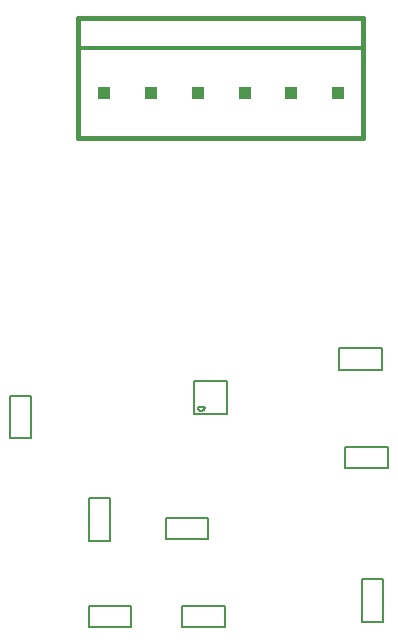
<source format=gbr>
G04 EAGLE Gerber RS-274X export*
G75*
%MOMM*%
%FSLAX34Y34*%
%LPD*%
%INSilkscreen Bottom*%
%IPPOS*%
%AMOC8*
5,1,8,0,0,1.08239X$1,22.5*%
G01*
%ADD10C,0.127000*%
%ADD11C,0.203200*%
%ADD12C,0.406400*%
%ADD13C,0.304800*%
%ADD14R,1.016000X1.016000*%


D10*
X448900Y317000D02*
X448900Y335000D01*
X412900Y335000D01*
X412900Y317000D01*
X448900Y317000D01*
X426800Y260700D02*
X426800Y242700D01*
X462800Y242700D01*
X462800Y260700D01*
X426800Y260700D01*
X578900Y283200D02*
X596900Y283200D01*
X578900Y283200D02*
X578900Y247200D01*
X596900Y247200D01*
X596900Y283200D01*
X347900Y260700D02*
X347900Y242700D01*
X383900Y242700D01*
X383900Y260700D01*
X347900Y260700D01*
X564900Y377400D02*
X564900Y395400D01*
X564900Y377400D02*
X600900Y377400D01*
X600900Y395400D01*
X564900Y395400D01*
X559900Y460500D02*
X559900Y478500D01*
X559900Y460500D02*
X595900Y460500D01*
X595900Y478500D01*
X559900Y478500D01*
X366000Y315700D02*
X348000Y315700D01*
X366000Y315700D02*
X366000Y351700D01*
X348000Y351700D01*
X348000Y315700D01*
X299300Y438600D02*
X281300Y438600D01*
X281300Y402600D01*
X299300Y402600D01*
X299300Y438600D01*
D11*
X464900Y450800D02*
X464900Y422800D01*
X464900Y450800D02*
X436900Y450800D01*
X436900Y422800D01*
X464900Y422800D01*
X445900Y428800D02*
X445898Y428692D01*
X445892Y428584D01*
X445882Y428476D01*
X445869Y428368D01*
X445851Y428261D01*
X445830Y428155D01*
X445805Y428050D01*
X445776Y427945D01*
X445743Y427842D01*
X445707Y427740D01*
X445666Y427639D01*
X445623Y427540D01*
X445575Y427443D01*
X445525Y427347D01*
X445471Y427253D01*
X445413Y427162D01*
X445352Y427072D01*
X445288Y426984D01*
X445221Y426899D01*
X445151Y426817D01*
X445078Y426737D01*
X445002Y426660D01*
X444923Y426585D01*
X444842Y426514D01*
X444758Y426445D01*
X444672Y426379D01*
X444584Y426317D01*
X444493Y426258D01*
X444400Y426202D01*
X444305Y426149D01*
X444209Y426100D01*
X444110Y426055D01*
X444010Y426013D01*
X443909Y425975D01*
X443806Y425940D01*
X443703Y425909D01*
X443598Y425882D01*
X443492Y425859D01*
X443385Y425840D01*
X443278Y425824D01*
X443170Y425812D01*
X443062Y425804D01*
X442954Y425800D01*
X442846Y425800D01*
X442738Y425804D01*
X442630Y425812D01*
X442522Y425824D01*
X442415Y425840D01*
X442308Y425859D01*
X442202Y425882D01*
X442097Y425909D01*
X441994Y425940D01*
X441891Y425975D01*
X441790Y426013D01*
X441690Y426055D01*
X441591Y426100D01*
X441495Y426149D01*
X441400Y426202D01*
X441307Y426258D01*
X441216Y426317D01*
X441128Y426379D01*
X441042Y426445D01*
X440958Y426514D01*
X440877Y426585D01*
X440798Y426660D01*
X440722Y426737D01*
X440649Y426817D01*
X440579Y426899D01*
X440512Y426984D01*
X440448Y427072D01*
X440387Y427162D01*
X440329Y427253D01*
X440275Y427347D01*
X440225Y427443D01*
X440177Y427540D01*
X440134Y427639D01*
X440093Y427740D01*
X440057Y427842D01*
X440024Y427945D01*
X439995Y428050D01*
X439970Y428155D01*
X439949Y428261D01*
X439931Y428368D01*
X439918Y428476D01*
X439908Y428584D01*
X439902Y428692D01*
X439900Y428800D01*
X445900Y428800D01*
D12*
X338588Y733100D02*
X338588Y758500D01*
X338588Y733100D02*
X338588Y656900D01*
X579888Y656900D02*
X579888Y733100D01*
X579888Y758500D01*
X338588Y758500D01*
D13*
X338588Y733100D02*
X579888Y733100D01*
D12*
X579888Y656900D02*
X338588Y656900D01*
D14*
X360940Y695000D03*
X400564Y695000D03*
X440188Y695000D03*
X479812Y695000D03*
X519436Y695000D03*
X559060Y695000D03*
M02*

</source>
